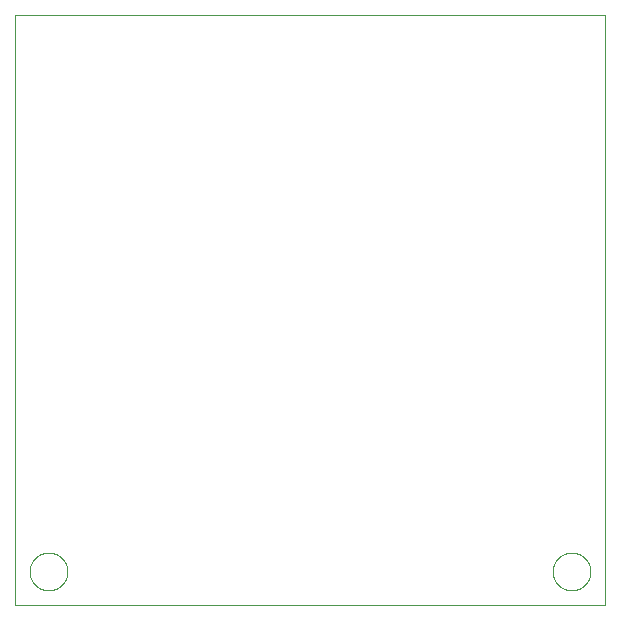
<source format=gtp>
G75*
%MOIN*%
%OFA0B0*%
%FSLAX25Y25*%
%IPPOS*%
%LPD*%
%AMOC8*
5,1,8,0,0,1.08239X$1,22.5*
%
%ADD10C,0.00000*%
D10*
X0002083Y0001800D02*
X0002083Y0198650D01*
X0198934Y0198650D01*
X0198934Y0001800D01*
X0002083Y0001800D01*
X0007034Y0013050D02*
X0007036Y0013208D01*
X0007042Y0013366D01*
X0007052Y0013524D01*
X0007066Y0013682D01*
X0007084Y0013839D01*
X0007105Y0013996D01*
X0007131Y0014152D01*
X0007161Y0014308D01*
X0007194Y0014463D01*
X0007232Y0014616D01*
X0007273Y0014769D01*
X0007318Y0014921D01*
X0007367Y0015072D01*
X0007420Y0015221D01*
X0007476Y0015369D01*
X0007536Y0015515D01*
X0007600Y0015660D01*
X0007668Y0015803D01*
X0007739Y0015945D01*
X0007813Y0016085D01*
X0007891Y0016222D01*
X0007973Y0016358D01*
X0008057Y0016492D01*
X0008146Y0016623D01*
X0008237Y0016752D01*
X0008332Y0016879D01*
X0008429Y0017004D01*
X0008530Y0017126D01*
X0008634Y0017245D01*
X0008741Y0017362D01*
X0008851Y0017476D01*
X0008964Y0017587D01*
X0009079Y0017696D01*
X0009197Y0017801D01*
X0009318Y0017903D01*
X0009441Y0018003D01*
X0009567Y0018099D01*
X0009695Y0018192D01*
X0009825Y0018282D01*
X0009958Y0018368D01*
X0010093Y0018452D01*
X0010229Y0018531D01*
X0010368Y0018608D01*
X0010509Y0018680D01*
X0010651Y0018750D01*
X0010795Y0018815D01*
X0010941Y0018877D01*
X0011088Y0018935D01*
X0011237Y0018990D01*
X0011387Y0019041D01*
X0011538Y0019088D01*
X0011690Y0019131D01*
X0011843Y0019170D01*
X0011998Y0019206D01*
X0012153Y0019237D01*
X0012309Y0019265D01*
X0012465Y0019289D01*
X0012622Y0019309D01*
X0012780Y0019325D01*
X0012937Y0019337D01*
X0013096Y0019345D01*
X0013254Y0019349D01*
X0013412Y0019349D01*
X0013570Y0019345D01*
X0013729Y0019337D01*
X0013886Y0019325D01*
X0014044Y0019309D01*
X0014201Y0019289D01*
X0014357Y0019265D01*
X0014513Y0019237D01*
X0014668Y0019206D01*
X0014823Y0019170D01*
X0014976Y0019131D01*
X0015128Y0019088D01*
X0015279Y0019041D01*
X0015429Y0018990D01*
X0015578Y0018935D01*
X0015725Y0018877D01*
X0015871Y0018815D01*
X0016015Y0018750D01*
X0016157Y0018680D01*
X0016298Y0018608D01*
X0016437Y0018531D01*
X0016573Y0018452D01*
X0016708Y0018368D01*
X0016841Y0018282D01*
X0016971Y0018192D01*
X0017099Y0018099D01*
X0017225Y0018003D01*
X0017348Y0017903D01*
X0017469Y0017801D01*
X0017587Y0017696D01*
X0017702Y0017587D01*
X0017815Y0017476D01*
X0017925Y0017362D01*
X0018032Y0017245D01*
X0018136Y0017126D01*
X0018237Y0017004D01*
X0018334Y0016879D01*
X0018429Y0016752D01*
X0018520Y0016623D01*
X0018609Y0016492D01*
X0018693Y0016358D01*
X0018775Y0016222D01*
X0018853Y0016085D01*
X0018927Y0015945D01*
X0018998Y0015803D01*
X0019066Y0015660D01*
X0019130Y0015515D01*
X0019190Y0015369D01*
X0019246Y0015221D01*
X0019299Y0015072D01*
X0019348Y0014921D01*
X0019393Y0014769D01*
X0019434Y0014616D01*
X0019472Y0014463D01*
X0019505Y0014308D01*
X0019535Y0014152D01*
X0019561Y0013996D01*
X0019582Y0013839D01*
X0019600Y0013682D01*
X0019614Y0013524D01*
X0019624Y0013366D01*
X0019630Y0013208D01*
X0019632Y0013050D01*
X0019630Y0012892D01*
X0019624Y0012734D01*
X0019614Y0012576D01*
X0019600Y0012418D01*
X0019582Y0012261D01*
X0019561Y0012104D01*
X0019535Y0011948D01*
X0019505Y0011792D01*
X0019472Y0011637D01*
X0019434Y0011484D01*
X0019393Y0011331D01*
X0019348Y0011179D01*
X0019299Y0011028D01*
X0019246Y0010879D01*
X0019190Y0010731D01*
X0019130Y0010585D01*
X0019066Y0010440D01*
X0018998Y0010297D01*
X0018927Y0010155D01*
X0018853Y0010015D01*
X0018775Y0009878D01*
X0018693Y0009742D01*
X0018609Y0009608D01*
X0018520Y0009477D01*
X0018429Y0009348D01*
X0018334Y0009221D01*
X0018237Y0009096D01*
X0018136Y0008974D01*
X0018032Y0008855D01*
X0017925Y0008738D01*
X0017815Y0008624D01*
X0017702Y0008513D01*
X0017587Y0008404D01*
X0017469Y0008299D01*
X0017348Y0008197D01*
X0017225Y0008097D01*
X0017099Y0008001D01*
X0016971Y0007908D01*
X0016841Y0007818D01*
X0016708Y0007732D01*
X0016573Y0007648D01*
X0016437Y0007569D01*
X0016298Y0007492D01*
X0016157Y0007420D01*
X0016015Y0007350D01*
X0015871Y0007285D01*
X0015725Y0007223D01*
X0015578Y0007165D01*
X0015429Y0007110D01*
X0015279Y0007059D01*
X0015128Y0007012D01*
X0014976Y0006969D01*
X0014823Y0006930D01*
X0014668Y0006894D01*
X0014513Y0006863D01*
X0014357Y0006835D01*
X0014201Y0006811D01*
X0014044Y0006791D01*
X0013886Y0006775D01*
X0013729Y0006763D01*
X0013570Y0006755D01*
X0013412Y0006751D01*
X0013254Y0006751D01*
X0013096Y0006755D01*
X0012937Y0006763D01*
X0012780Y0006775D01*
X0012622Y0006791D01*
X0012465Y0006811D01*
X0012309Y0006835D01*
X0012153Y0006863D01*
X0011998Y0006894D01*
X0011843Y0006930D01*
X0011690Y0006969D01*
X0011538Y0007012D01*
X0011387Y0007059D01*
X0011237Y0007110D01*
X0011088Y0007165D01*
X0010941Y0007223D01*
X0010795Y0007285D01*
X0010651Y0007350D01*
X0010509Y0007420D01*
X0010368Y0007492D01*
X0010229Y0007569D01*
X0010093Y0007648D01*
X0009958Y0007732D01*
X0009825Y0007818D01*
X0009695Y0007908D01*
X0009567Y0008001D01*
X0009441Y0008097D01*
X0009318Y0008197D01*
X0009197Y0008299D01*
X0009079Y0008404D01*
X0008964Y0008513D01*
X0008851Y0008624D01*
X0008741Y0008738D01*
X0008634Y0008855D01*
X0008530Y0008974D01*
X0008429Y0009096D01*
X0008332Y0009221D01*
X0008237Y0009348D01*
X0008146Y0009477D01*
X0008057Y0009608D01*
X0007973Y0009742D01*
X0007891Y0009878D01*
X0007813Y0010015D01*
X0007739Y0010155D01*
X0007668Y0010297D01*
X0007600Y0010440D01*
X0007536Y0010585D01*
X0007476Y0010731D01*
X0007420Y0010879D01*
X0007367Y0011028D01*
X0007318Y0011179D01*
X0007273Y0011331D01*
X0007232Y0011484D01*
X0007194Y0011637D01*
X0007161Y0011792D01*
X0007131Y0011948D01*
X0007105Y0012104D01*
X0007084Y0012261D01*
X0007066Y0012418D01*
X0007052Y0012576D01*
X0007042Y0012734D01*
X0007036Y0012892D01*
X0007034Y0013050D01*
X0181385Y0013050D02*
X0181387Y0013208D01*
X0181393Y0013366D01*
X0181403Y0013524D01*
X0181417Y0013682D01*
X0181435Y0013839D01*
X0181456Y0013996D01*
X0181482Y0014152D01*
X0181512Y0014308D01*
X0181545Y0014463D01*
X0181583Y0014616D01*
X0181624Y0014769D01*
X0181669Y0014921D01*
X0181718Y0015072D01*
X0181771Y0015221D01*
X0181827Y0015369D01*
X0181887Y0015515D01*
X0181951Y0015660D01*
X0182019Y0015803D01*
X0182090Y0015945D01*
X0182164Y0016085D01*
X0182242Y0016222D01*
X0182324Y0016358D01*
X0182408Y0016492D01*
X0182497Y0016623D01*
X0182588Y0016752D01*
X0182683Y0016879D01*
X0182780Y0017004D01*
X0182881Y0017126D01*
X0182985Y0017245D01*
X0183092Y0017362D01*
X0183202Y0017476D01*
X0183315Y0017587D01*
X0183430Y0017696D01*
X0183548Y0017801D01*
X0183669Y0017903D01*
X0183792Y0018003D01*
X0183918Y0018099D01*
X0184046Y0018192D01*
X0184176Y0018282D01*
X0184309Y0018368D01*
X0184444Y0018452D01*
X0184580Y0018531D01*
X0184719Y0018608D01*
X0184860Y0018680D01*
X0185002Y0018750D01*
X0185146Y0018815D01*
X0185292Y0018877D01*
X0185439Y0018935D01*
X0185588Y0018990D01*
X0185738Y0019041D01*
X0185889Y0019088D01*
X0186041Y0019131D01*
X0186194Y0019170D01*
X0186349Y0019206D01*
X0186504Y0019237D01*
X0186660Y0019265D01*
X0186816Y0019289D01*
X0186973Y0019309D01*
X0187131Y0019325D01*
X0187288Y0019337D01*
X0187447Y0019345D01*
X0187605Y0019349D01*
X0187763Y0019349D01*
X0187921Y0019345D01*
X0188080Y0019337D01*
X0188237Y0019325D01*
X0188395Y0019309D01*
X0188552Y0019289D01*
X0188708Y0019265D01*
X0188864Y0019237D01*
X0189019Y0019206D01*
X0189174Y0019170D01*
X0189327Y0019131D01*
X0189479Y0019088D01*
X0189630Y0019041D01*
X0189780Y0018990D01*
X0189929Y0018935D01*
X0190076Y0018877D01*
X0190222Y0018815D01*
X0190366Y0018750D01*
X0190508Y0018680D01*
X0190649Y0018608D01*
X0190788Y0018531D01*
X0190924Y0018452D01*
X0191059Y0018368D01*
X0191192Y0018282D01*
X0191322Y0018192D01*
X0191450Y0018099D01*
X0191576Y0018003D01*
X0191699Y0017903D01*
X0191820Y0017801D01*
X0191938Y0017696D01*
X0192053Y0017587D01*
X0192166Y0017476D01*
X0192276Y0017362D01*
X0192383Y0017245D01*
X0192487Y0017126D01*
X0192588Y0017004D01*
X0192685Y0016879D01*
X0192780Y0016752D01*
X0192871Y0016623D01*
X0192960Y0016492D01*
X0193044Y0016358D01*
X0193126Y0016222D01*
X0193204Y0016085D01*
X0193278Y0015945D01*
X0193349Y0015803D01*
X0193417Y0015660D01*
X0193481Y0015515D01*
X0193541Y0015369D01*
X0193597Y0015221D01*
X0193650Y0015072D01*
X0193699Y0014921D01*
X0193744Y0014769D01*
X0193785Y0014616D01*
X0193823Y0014463D01*
X0193856Y0014308D01*
X0193886Y0014152D01*
X0193912Y0013996D01*
X0193933Y0013839D01*
X0193951Y0013682D01*
X0193965Y0013524D01*
X0193975Y0013366D01*
X0193981Y0013208D01*
X0193983Y0013050D01*
X0193981Y0012892D01*
X0193975Y0012734D01*
X0193965Y0012576D01*
X0193951Y0012418D01*
X0193933Y0012261D01*
X0193912Y0012104D01*
X0193886Y0011948D01*
X0193856Y0011792D01*
X0193823Y0011637D01*
X0193785Y0011484D01*
X0193744Y0011331D01*
X0193699Y0011179D01*
X0193650Y0011028D01*
X0193597Y0010879D01*
X0193541Y0010731D01*
X0193481Y0010585D01*
X0193417Y0010440D01*
X0193349Y0010297D01*
X0193278Y0010155D01*
X0193204Y0010015D01*
X0193126Y0009878D01*
X0193044Y0009742D01*
X0192960Y0009608D01*
X0192871Y0009477D01*
X0192780Y0009348D01*
X0192685Y0009221D01*
X0192588Y0009096D01*
X0192487Y0008974D01*
X0192383Y0008855D01*
X0192276Y0008738D01*
X0192166Y0008624D01*
X0192053Y0008513D01*
X0191938Y0008404D01*
X0191820Y0008299D01*
X0191699Y0008197D01*
X0191576Y0008097D01*
X0191450Y0008001D01*
X0191322Y0007908D01*
X0191192Y0007818D01*
X0191059Y0007732D01*
X0190924Y0007648D01*
X0190788Y0007569D01*
X0190649Y0007492D01*
X0190508Y0007420D01*
X0190366Y0007350D01*
X0190222Y0007285D01*
X0190076Y0007223D01*
X0189929Y0007165D01*
X0189780Y0007110D01*
X0189630Y0007059D01*
X0189479Y0007012D01*
X0189327Y0006969D01*
X0189174Y0006930D01*
X0189019Y0006894D01*
X0188864Y0006863D01*
X0188708Y0006835D01*
X0188552Y0006811D01*
X0188395Y0006791D01*
X0188237Y0006775D01*
X0188080Y0006763D01*
X0187921Y0006755D01*
X0187763Y0006751D01*
X0187605Y0006751D01*
X0187447Y0006755D01*
X0187288Y0006763D01*
X0187131Y0006775D01*
X0186973Y0006791D01*
X0186816Y0006811D01*
X0186660Y0006835D01*
X0186504Y0006863D01*
X0186349Y0006894D01*
X0186194Y0006930D01*
X0186041Y0006969D01*
X0185889Y0007012D01*
X0185738Y0007059D01*
X0185588Y0007110D01*
X0185439Y0007165D01*
X0185292Y0007223D01*
X0185146Y0007285D01*
X0185002Y0007350D01*
X0184860Y0007420D01*
X0184719Y0007492D01*
X0184580Y0007569D01*
X0184444Y0007648D01*
X0184309Y0007732D01*
X0184176Y0007818D01*
X0184046Y0007908D01*
X0183918Y0008001D01*
X0183792Y0008097D01*
X0183669Y0008197D01*
X0183548Y0008299D01*
X0183430Y0008404D01*
X0183315Y0008513D01*
X0183202Y0008624D01*
X0183092Y0008738D01*
X0182985Y0008855D01*
X0182881Y0008974D01*
X0182780Y0009096D01*
X0182683Y0009221D01*
X0182588Y0009348D01*
X0182497Y0009477D01*
X0182408Y0009608D01*
X0182324Y0009742D01*
X0182242Y0009878D01*
X0182164Y0010015D01*
X0182090Y0010155D01*
X0182019Y0010297D01*
X0181951Y0010440D01*
X0181887Y0010585D01*
X0181827Y0010731D01*
X0181771Y0010879D01*
X0181718Y0011028D01*
X0181669Y0011179D01*
X0181624Y0011331D01*
X0181583Y0011484D01*
X0181545Y0011637D01*
X0181512Y0011792D01*
X0181482Y0011948D01*
X0181456Y0012104D01*
X0181435Y0012261D01*
X0181417Y0012418D01*
X0181403Y0012576D01*
X0181393Y0012734D01*
X0181387Y0012892D01*
X0181385Y0013050D01*
M02*

</source>
